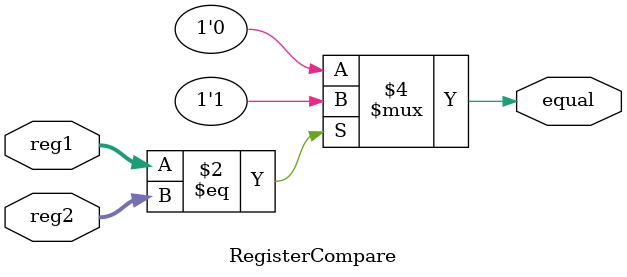
<source format=v>
`timescale 1ns / 1ps
module RegisterCompare(reg1,reg2,equal);

//Inputs
input [15:0] reg1,reg2;

//Outputs
output reg equal;

always @(reg1,reg2)
begin
	if(reg1 == reg2)
		equal = 1;
	else
		equal = 0;
end//always


endmodule

</source>
